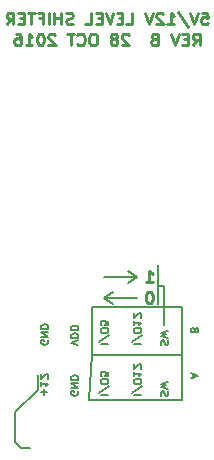
<source format=gbo>
G04 #@! TF.FileFunction,Legend,Bot*
%FSLAX46Y46*%
G04 Gerber Fmt 4.6, Leading zero omitted, Abs format (unit mm)*
G04 Created by KiCad (PCBNEW 4.0.4-stable) date 10/28/16 22:46:39*
%MOMM*%
%LPD*%
G01*
G04 APERTURE LIST*
%ADD10C,0.100000*%
%ADD11C,0.200000*%
%ADD12C,0.250000*%
%ADD13C,0.153000*%
G04 APERTURE END LIST*
D10*
D11*
X45974000Y-46990000D02*
X45974000Y-50292000D01*
X45466000Y-46990000D02*
X45974000Y-46990000D01*
X45466000Y-45466000D02*
X45466000Y-45212000D01*
X45466000Y-45466000D02*
X45466000Y-48514000D01*
D12*
X44418285Y-46680381D02*
X44989714Y-46680381D01*
X44704000Y-46680381D02*
X44704000Y-45680381D01*
X44799238Y-45823238D01*
X44894476Y-45918476D01*
X44989714Y-45966095D01*
X44751619Y-47458381D02*
X44656380Y-47458381D01*
X44561142Y-47506000D01*
X44513523Y-47553619D01*
X44465904Y-47648857D01*
X44418285Y-47839333D01*
X44418285Y-48077429D01*
X44465904Y-48267905D01*
X44513523Y-48363143D01*
X44561142Y-48410762D01*
X44656380Y-48458381D01*
X44751619Y-48458381D01*
X44846857Y-48410762D01*
X44894476Y-48363143D01*
X44942095Y-48267905D01*
X44989714Y-48077429D01*
X44989714Y-47839333D01*
X44942095Y-47648857D01*
X44894476Y-47553619D01*
X44846857Y-47506000D01*
X44751619Y-47458381D01*
D11*
X43688000Y-46228000D02*
X42926000Y-46736000D01*
X43688000Y-46228000D02*
X42926000Y-45720000D01*
X40894000Y-46228000D02*
X43688000Y-46228000D01*
X40894000Y-48006000D02*
X41656000Y-48514000D01*
X40894000Y-48006000D02*
X41656000Y-47498000D01*
X43688000Y-48006000D02*
X40894000Y-48006000D01*
X35255200Y-54483000D02*
X35255200Y-54483000D01*
X35255200Y-55778400D02*
X35255200Y-54483000D01*
X33350200Y-57683400D02*
X35255200Y-55778400D01*
X33350200Y-60147200D02*
X33350200Y-57683400D01*
X33883600Y-60680600D02*
X33350200Y-60147200D01*
X34645600Y-60680600D02*
X33883600Y-60680600D01*
D12*
X48386096Y-26614381D02*
X48719430Y-26138190D01*
X48957525Y-26614381D02*
X48957525Y-25614381D01*
X48576572Y-25614381D01*
X48481334Y-25662000D01*
X48433715Y-25709619D01*
X48386096Y-25804857D01*
X48386096Y-25947714D01*
X48433715Y-26042952D01*
X48481334Y-26090571D01*
X48576572Y-26138190D01*
X48957525Y-26138190D01*
X47957525Y-26090571D02*
X47624191Y-26090571D01*
X47481334Y-26614381D02*
X47957525Y-26614381D01*
X47957525Y-25614381D01*
X47481334Y-25614381D01*
X47195620Y-25614381D02*
X46862287Y-26614381D01*
X46528953Y-25614381D01*
X45100381Y-26090571D02*
X44957524Y-26138190D01*
X44909905Y-26185810D01*
X44862286Y-26281048D01*
X44862286Y-26423905D01*
X44909905Y-26519143D01*
X44957524Y-26566762D01*
X45052762Y-26614381D01*
X45433715Y-26614381D01*
X45433715Y-25614381D01*
X45100381Y-25614381D01*
X45005143Y-25662000D01*
X44957524Y-25709619D01*
X44909905Y-25804857D01*
X44909905Y-25900095D01*
X44957524Y-25995333D01*
X45005143Y-26042952D01*
X45100381Y-26090571D01*
X45433715Y-26090571D01*
X42957524Y-25709619D02*
X42909905Y-25662000D01*
X42814667Y-25614381D01*
X42576571Y-25614381D01*
X42481333Y-25662000D01*
X42433714Y-25709619D01*
X42386095Y-25804857D01*
X42386095Y-25900095D01*
X42433714Y-26042952D01*
X43005143Y-26614381D01*
X42386095Y-26614381D01*
X41814667Y-26042952D02*
X41909905Y-25995333D01*
X41957524Y-25947714D01*
X42005143Y-25852476D01*
X42005143Y-25804857D01*
X41957524Y-25709619D01*
X41909905Y-25662000D01*
X41814667Y-25614381D01*
X41624190Y-25614381D01*
X41528952Y-25662000D01*
X41481333Y-25709619D01*
X41433714Y-25804857D01*
X41433714Y-25852476D01*
X41481333Y-25947714D01*
X41528952Y-25995333D01*
X41624190Y-26042952D01*
X41814667Y-26042952D01*
X41909905Y-26090571D01*
X41957524Y-26138190D01*
X42005143Y-26233429D01*
X42005143Y-26423905D01*
X41957524Y-26519143D01*
X41909905Y-26566762D01*
X41814667Y-26614381D01*
X41624190Y-26614381D01*
X41528952Y-26566762D01*
X41481333Y-26519143D01*
X41433714Y-26423905D01*
X41433714Y-26233429D01*
X41481333Y-26138190D01*
X41528952Y-26090571D01*
X41624190Y-26042952D01*
X40052762Y-25614381D02*
X39862285Y-25614381D01*
X39767047Y-25662000D01*
X39671809Y-25757238D01*
X39624190Y-25947714D01*
X39624190Y-26281048D01*
X39671809Y-26471524D01*
X39767047Y-26566762D01*
X39862285Y-26614381D01*
X40052762Y-26614381D01*
X40148000Y-26566762D01*
X40243238Y-26471524D01*
X40290857Y-26281048D01*
X40290857Y-25947714D01*
X40243238Y-25757238D01*
X40148000Y-25662000D01*
X40052762Y-25614381D01*
X38624190Y-26519143D02*
X38671809Y-26566762D01*
X38814666Y-26614381D01*
X38909904Y-26614381D01*
X39052762Y-26566762D01*
X39148000Y-26471524D01*
X39195619Y-26376286D01*
X39243238Y-26185810D01*
X39243238Y-26042952D01*
X39195619Y-25852476D01*
X39148000Y-25757238D01*
X39052762Y-25662000D01*
X38909904Y-25614381D01*
X38814666Y-25614381D01*
X38671809Y-25662000D01*
X38624190Y-25709619D01*
X38338476Y-25614381D02*
X37767047Y-25614381D01*
X38052762Y-26614381D02*
X38052762Y-25614381D01*
X36719428Y-25709619D02*
X36671809Y-25662000D01*
X36576571Y-25614381D01*
X36338475Y-25614381D01*
X36243237Y-25662000D01*
X36195618Y-25709619D01*
X36147999Y-25804857D01*
X36147999Y-25900095D01*
X36195618Y-26042952D01*
X36767047Y-26614381D01*
X36147999Y-26614381D01*
X35528952Y-25614381D02*
X35433713Y-25614381D01*
X35338475Y-25662000D01*
X35290856Y-25709619D01*
X35243237Y-25804857D01*
X35195618Y-25995333D01*
X35195618Y-26233429D01*
X35243237Y-26423905D01*
X35290856Y-26519143D01*
X35338475Y-26566762D01*
X35433713Y-26614381D01*
X35528952Y-26614381D01*
X35624190Y-26566762D01*
X35671809Y-26519143D01*
X35719428Y-26423905D01*
X35767047Y-26233429D01*
X35767047Y-25995333D01*
X35719428Y-25804857D01*
X35671809Y-25709619D01*
X35624190Y-25662000D01*
X35528952Y-25614381D01*
X34243237Y-26614381D02*
X34814666Y-26614381D01*
X34528952Y-26614381D02*
X34528952Y-25614381D01*
X34624190Y-25757238D01*
X34719428Y-25852476D01*
X34814666Y-25900095D01*
X33386094Y-25614381D02*
X33576571Y-25614381D01*
X33671809Y-25662000D01*
X33719428Y-25709619D01*
X33814666Y-25852476D01*
X33862285Y-26042952D01*
X33862285Y-26423905D01*
X33814666Y-26519143D01*
X33767047Y-26566762D01*
X33671809Y-26614381D01*
X33481332Y-26614381D01*
X33386094Y-26566762D01*
X33338475Y-26519143D01*
X33290856Y-26423905D01*
X33290856Y-26185810D01*
X33338475Y-26090571D01*
X33386094Y-26042952D01*
X33481332Y-25995333D01*
X33671809Y-25995333D01*
X33767047Y-26042952D01*
X33814666Y-26090571D01*
X33862285Y-26185810D01*
X49148000Y-23836381D02*
X49624191Y-23836381D01*
X49671810Y-24312571D01*
X49624191Y-24264952D01*
X49528953Y-24217333D01*
X49290857Y-24217333D01*
X49195619Y-24264952D01*
X49148000Y-24312571D01*
X49100381Y-24407810D01*
X49100381Y-24645905D01*
X49148000Y-24741143D01*
X49195619Y-24788762D01*
X49290857Y-24836381D01*
X49528953Y-24836381D01*
X49624191Y-24788762D01*
X49671810Y-24741143D01*
X48814667Y-23836381D02*
X48481334Y-24836381D01*
X48148000Y-23836381D01*
X47100381Y-23788762D02*
X47957524Y-25074476D01*
X46243238Y-24836381D02*
X46814667Y-24836381D01*
X46528953Y-24836381D02*
X46528953Y-23836381D01*
X46624191Y-23979238D01*
X46719429Y-24074476D01*
X46814667Y-24122095D01*
X45862286Y-23931619D02*
X45814667Y-23884000D01*
X45719429Y-23836381D01*
X45481333Y-23836381D01*
X45386095Y-23884000D01*
X45338476Y-23931619D01*
X45290857Y-24026857D01*
X45290857Y-24122095D01*
X45338476Y-24264952D01*
X45909905Y-24836381D01*
X45290857Y-24836381D01*
X45005143Y-23836381D02*
X44671810Y-24836381D01*
X44338476Y-23836381D01*
X42767047Y-24836381D02*
X43243238Y-24836381D01*
X43243238Y-23836381D01*
X42433714Y-24312571D02*
X42100380Y-24312571D01*
X41957523Y-24836381D02*
X42433714Y-24836381D01*
X42433714Y-23836381D01*
X41957523Y-23836381D01*
X41671809Y-23836381D02*
X41338476Y-24836381D01*
X41005142Y-23836381D01*
X40671809Y-24312571D02*
X40338475Y-24312571D01*
X40195618Y-24836381D02*
X40671809Y-24836381D01*
X40671809Y-23836381D01*
X40195618Y-23836381D01*
X39290856Y-24836381D02*
X39767047Y-24836381D01*
X39767047Y-23836381D01*
X38243237Y-24788762D02*
X38100380Y-24836381D01*
X37862284Y-24836381D01*
X37767046Y-24788762D01*
X37719427Y-24741143D01*
X37671808Y-24645905D01*
X37671808Y-24550667D01*
X37719427Y-24455429D01*
X37767046Y-24407810D01*
X37862284Y-24360190D01*
X38052761Y-24312571D01*
X38147999Y-24264952D01*
X38195618Y-24217333D01*
X38243237Y-24122095D01*
X38243237Y-24026857D01*
X38195618Y-23931619D01*
X38147999Y-23884000D01*
X38052761Y-23836381D01*
X37814665Y-23836381D01*
X37671808Y-23884000D01*
X37243237Y-24836381D02*
X37243237Y-23836381D01*
X37243237Y-24312571D02*
X36671808Y-24312571D01*
X36671808Y-24836381D02*
X36671808Y-23836381D01*
X36195618Y-24836381D02*
X36195618Y-23836381D01*
X35386094Y-24312571D02*
X35719428Y-24312571D01*
X35719428Y-24836381D02*
X35719428Y-23836381D01*
X35243237Y-23836381D01*
X35005142Y-23836381D02*
X34433713Y-23836381D01*
X34719428Y-24836381D02*
X34719428Y-23836381D01*
X34100380Y-24312571D02*
X33767046Y-24312571D01*
X33624189Y-24836381D02*
X34100380Y-24836381D01*
X34100380Y-23836381D01*
X33624189Y-23836381D01*
X32624189Y-24836381D02*
X32957523Y-24360190D01*
X33195618Y-24836381D02*
X33195618Y-23836381D01*
X32814665Y-23836381D01*
X32719427Y-23884000D01*
X32671808Y-23931619D01*
X32624189Y-24026857D01*
X32624189Y-24169714D01*
X32671808Y-24264952D01*
X32719427Y-24312571D01*
X32814665Y-24360190D01*
X33195618Y-24360190D01*
D13*
X48560429Y-50682571D02*
X48529476Y-50589714D01*
X48498524Y-50558762D01*
X48436619Y-50527810D01*
X48343762Y-50527810D01*
X48281857Y-50558762D01*
X48250905Y-50589714D01*
X48219952Y-50651619D01*
X48219952Y-50899238D01*
X48869952Y-50899238D01*
X48869952Y-50682571D01*
X48839000Y-50620667D01*
X48808048Y-50589714D01*
X48746143Y-50558762D01*
X48684238Y-50558762D01*
X48622333Y-50589714D01*
X48591381Y-50620667D01*
X48560429Y-50682571D01*
X48560429Y-50899238D01*
X48405667Y-54740190D02*
X48405667Y-54430667D01*
X48219952Y-54802095D02*
X48869952Y-54585429D01*
X48219952Y-54368762D01*
D11*
X47498000Y-56642000D02*
X47498000Y-52832000D01*
X39624000Y-56642000D02*
X47498000Y-56642000D01*
X39878000Y-52832000D02*
X39624000Y-56642000D01*
X39878000Y-48768000D02*
X39878000Y-52832000D01*
X47498000Y-48768000D02*
X39878000Y-48768000D01*
X47498000Y-52832000D02*
X47498000Y-48768000D01*
X39878000Y-52832000D02*
X47498000Y-52832000D01*
D13*
X38709952Y-52008095D02*
X38059952Y-51791429D01*
X38709952Y-51574762D01*
X38059952Y-51358095D02*
X38709952Y-51358095D01*
X38709952Y-51203333D01*
X38679000Y-51110476D01*
X38617095Y-51048571D01*
X38555190Y-51017619D01*
X38431381Y-50986667D01*
X38338524Y-50986667D01*
X38214714Y-51017619D01*
X38152810Y-51048571D01*
X38090905Y-51110476D01*
X38059952Y-51203333D01*
X38059952Y-51358095D01*
X38059952Y-50708095D02*
X38709952Y-50708095D01*
X38709952Y-50553333D01*
X38679000Y-50460476D01*
X38617095Y-50398571D01*
X38555190Y-50367619D01*
X38431381Y-50336667D01*
X38338524Y-50336667D01*
X38214714Y-50367619D01*
X38152810Y-50398571D01*
X38090905Y-50460476D01*
X38059952Y-50553333D01*
X38059952Y-50708095D01*
X36139000Y-51574762D02*
X36169952Y-51636667D01*
X36169952Y-51729524D01*
X36139000Y-51822381D01*
X36077095Y-51884286D01*
X36015190Y-51915238D01*
X35891381Y-51946190D01*
X35798524Y-51946190D01*
X35674714Y-51915238D01*
X35612810Y-51884286D01*
X35550905Y-51822381D01*
X35519952Y-51729524D01*
X35519952Y-51667619D01*
X35550905Y-51574762D01*
X35581857Y-51543810D01*
X35798524Y-51543810D01*
X35798524Y-51667619D01*
X35519952Y-51265238D02*
X36169952Y-51265238D01*
X35519952Y-50893810D01*
X36169952Y-50893810D01*
X35519952Y-50584286D02*
X36169952Y-50584286D01*
X36169952Y-50429524D01*
X36139000Y-50336667D01*
X36077095Y-50274762D01*
X36015190Y-50243810D01*
X35891381Y-50212858D01*
X35798524Y-50212858D01*
X35674714Y-50243810D01*
X35612810Y-50274762D01*
X35550905Y-50336667D01*
X35519952Y-50429524D01*
X35519952Y-50584286D01*
X40599952Y-51915238D02*
X41249952Y-51915238D01*
X41280905Y-51141428D02*
X40445190Y-51698571D01*
X41249952Y-50800953D02*
X41249952Y-50677143D01*
X41219000Y-50615238D01*
X41157095Y-50553334D01*
X41033286Y-50522381D01*
X40816619Y-50522381D01*
X40692810Y-50553334D01*
X40630905Y-50615238D01*
X40599952Y-50677143D01*
X40599952Y-50800953D01*
X40630905Y-50862857D01*
X40692810Y-50924762D01*
X40816619Y-50955714D01*
X41033286Y-50955714D01*
X41157095Y-50924762D01*
X41219000Y-50862857D01*
X41249952Y-50800953D01*
X41249952Y-49934286D02*
X41249952Y-50243810D01*
X40940429Y-50274762D01*
X40971381Y-50243810D01*
X41002333Y-50181905D01*
X41002333Y-50027143D01*
X40971381Y-49965239D01*
X40940429Y-49934286D01*
X40878524Y-49903334D01*
X40723762Y-49903334D01*
X40661857Y-49934286D01*
X40630905Y-49965239D01*
X40599952Y-50027143D01*
X40599952Y-50181905D01*
X40630905Y-50243810D01*
X40661857Y-50274762D01*
X43393952Y-51915238D02*
X44043952Y-51915238D01*
X44074905Y-51141428D02*
X43239190Y-51698571D01*
X44043952Y-50800953D02*
X44043952Y-50677143D01*
X44013000Y-50615238D01*
X43951095Y-50553334D01*
X43827286Y-50522381D01*
X43610619Y-50522381D01*
X43486810Y-50553334D01*
X43424905Y-50615238D01*
X43393952Y-50677143D01*
X43393952Y-50800953D01*
X43424905Y-50862857D01*
X43486810Y-50924762D01*
X43610619Y-50955714D01*
X43827286Y-50955714D01*
X43951095Y-50924762D01*
X44013000Y-50862857D01*
X44043952Y-50800953D01*
X43393952Y-49903334D02*
X43393952Y-50274762D01*
X43393952Y-50089048D02*
X44043952Y-50089048D01*
X43951095Y-50150953D01*
X43889190Y-50212858D01*
X43858238Y-50274762D01*
X43982048Y-49655714D02*
X44013000Y-49624762D01*
X44043952Y-49562857D01*
X44043952Y-49408095D01*
X44013000Y-49346191D01*
X43982048Y-49315238D01*
X43920143Y-49284286D01*
X43858238Y-49284286D01*
X43765381Y-49315238D01*
X43393952Y-49686667D01*
X43393952Y-49284286D01*
X45710905Y-51946190D02*
X45679952Y-51853333D01*
X45679952Y-51698571D01*
X45710905Y-51636667D01*
X45741857Y-51605714D01*
X45803762Y-51574762D01*
X45865667Y-51574762D01*
X45927571Y-51605714D01*
X45958524Y-51636667D01*
X45989476Y-51698571D01*
X46020429Y-51822381D01*
X46051381Y-51884286D01*
X46082333Y-51915238D01*
X46144238Y-51946190D01*
X46206143Y-51946190D01*
X46268048Y-51915238D01*
X46299000Y-51884286D01*
X46329952Y-51822381D01*
X46329952Y-51667619D01*
X46299000Y-51574762D01*
X46329952Y-51358095D02*
X45679952Y-51203333D01*
X46144238Y-51079523D01*
X45679952Y-50955714D01*
X46329952Y-50800952D01*
X45710905Y-56264190D02*
X45679952Y-56171333D01*
X45679952Y-56016571D01*
X45710905Y-55954667D01*
X45741857Y-55923714D01*
X45803762Y-55892762D01*
X45865667Y-55892762D01*
X45927571Y-55923714D01*
X45958524Y-55954667D01*
X45989476Y-56016571D01*
X46020429Y-56140381D01*
X46051381Y-56202286D01*
X46082333Y-56233238D01*
X46144238Y-56264190D01*
X46206143Y-56264190D01*
X46268048Y-56233238D01*
X46299000Y-56202286D01*
X46329952Y-56140381D01*
X46329952Y-55985619D01*
X46299000Y-55892762D01*
X46329952Y-55676095D02*
X45679952Y-55521333D01*
X46144238Y-55397523D01*
X45679952Y-55273714D01*
X46329952Y-55118952D01*
X43393952Y-56233238D02*
X44043952Y-56233238D01*
X44074905Y-55459428D02*
X43239190Y-56016571D01*
X44043952Y-55118953D02*
X44043952Y-54995143D01*
X44013000Y-54933238D01*
X43951095Y-54871334D01*
X43827286Y-54840381D01*
X43610619Y-54840381D01*
X43486810Y-54871334D01*
X43424905Y-54933238D01*
X43393952Y-54995143D01*
X43393952Y-55118953D01*
X43424905Y-55180857D01*
X43486810Y-55242762D01*
X43610619Y-55273714D01*
X43827286Y-55273714D01*
X43951095Y-55242762D01*
X44013000Y-55180857D01*
X44043952Y-55118953D01*
X43393952Y-54221334D02*
X43393952Y-54592762D01*
X43393952Y-54407048D02*
X44043952Y-54407048D01*
X43951095Y-54468953D01*
X43889190Y-54530858D01*
X43858238Y-54592762D01*
X43982048Y-53973714D02*
X44013000Y-53942762D01*
X44043952Y-53880857D01*
X44043952Y-53726095D01*
X44013000Y-53664191D01*
X43982048Y-53633238D01*
X43920143Y-53602286D01*
X43858238Y-53602286D01*
X43765381Y-53633238D01*
X43393952Y-54004667D01*
X43393952Y-53602286D01*
X40599952Y-56233238D02*
X41249952Y-56233238D01*
X41280905Y-55459428D02*
X40445190Y-56016571D01*
X41249952Y-55118953D02*
X41249952Y-54995143D01*
X41219000Y-54933238D01*
X41157095Y-54871334D01*
X41033286Y-54840381D01*
X40816619Y-54840381D01*
X40692810Y-54871334D01*
X40630905Y-54933238D01*
X40599952Y-54995143D01*
X40599952Y-55118953D01*
X40630905Y-55180857D01*
X40692810Y-55242762D01*
X40816619Y-55273714D01*
X41033286Y-55273714D01*
X41157095Y-55242762D01*
X41219000Y-55180857D01*
X41249952Y-55118953D01*
X41249952Y-54252286D02*
X41249952Y-54561810D01*
X40940429Y-54592762D01*
X40971381Y-54561810D01*
X41002333Y-54499905D01*
X41002333Y-54345143D01*
X40971381Y-54283239D01*
X40940429Y-54252286D01*
X40878524Y-54221334D01*
X40723762Y-54221334D01*
X40661857Y-54252286D01*
X40630905Y-54283239D01*
X40599952Y-54345143D01*
X40599952Y-54499905D01*
X40630905Y-54561810D01*
X40661857Y-54592762D01*
X38679000Y-55892762D02*
X38709952Y-55954667D01*
X38709952Y-56047524D01*
X38679000Y-56140381D01*
X38617095Y-56202286D01*
X38555190Y-56233238D01*
X38431381Y-56264190D01*
X38338524Y-56264190D01*
X38214714Y-56233238D01*
X38152810Y-56202286D01*
X38090905Y-56140381D01*
X38059952Y-56047524D01*
X38059952Y-55985619D01*
X38090905Y-55892762D01*
X38121857Y-55861810D01*
X38338524Y-55861810D01*
X38338524Y-55985619D01*
X38059952Y-55583238D02*
X38709952Y-55583238D01*
X38059952Y-55211810D01*
X38709952Y-55211810D01*
X38059952Y-54902286D02*
X38709952Y-54902286D01*
X38709952Y-54747524D01*
X38679000Y-54654667D01*
X38617095Y-54592762D01*
X38555190Y-54561810D01*
X38431381Y-54530858D01*
X38338524Y-54530858D01*
X38214714Y-54561810D01*
X38152810Y-54592762D01*
X38090905Y-54654667D01*
X38059952Y-54747524D01*
X38059952Y-54902286D01*
X35767571Y-56233238D02*
X35767571Y-55738000D01*
X35519952Y-55985619D02*
X36015190Y-55985619D01*
X35519952Y-55088000D02*
X35519952Y-55459428D01*
X35519952Y-55273714D02*
X36169952Y-55273714D01*
X36077095Y-55335619D01*
X36015190Y-55397524D01*
X35984238Y-55459428D01*
X36108048Y-54840380D02*
X36139000Y-54809428D01*
X36169952Y-54747523D01*
X36169952Y-54592761D01*
X36139000Y-54530857D01*
X36108048Y-54499904D01*
X36046143Y-54468952D01*
X35984238Y-54468952D01*
X35891381Y-54499904D01*
X35519952Y-54871333D01*
X35519952Y-54468952D01*
M02*

</source>
